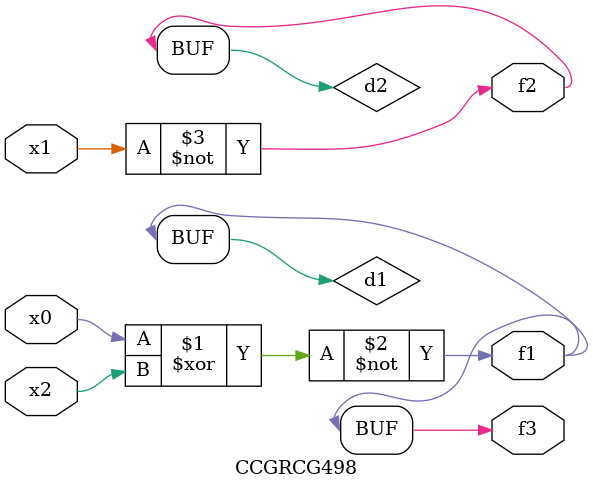
<source format=v>
module CCGRCG498(
	input x0, x1, x2,
	output f1, f2, f3
);

	wire d1, d2, d3;

	xnor (d1, x0, x2);
	nand (d2, x1);
	nor (d3, x1, x2);
	assign f1 = d1;
	assign f2 = d2;
	assign f3 = d1;
endmodule

</source>
